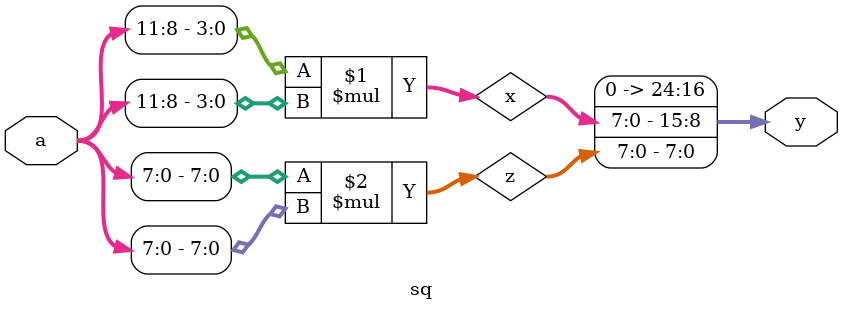
<source format=v>
`timescale 1ns / 1ps

module sq #(
    parameter EXP = 4,
    parameter MANT = 8,
    parameter OUTW = 2*(EXP+MANT)
)(
    input  wire [EXP+MANT:0] a, // 13
    output wire [OUTW:0] y      // 25
);
    wire [2*EXP-1:0] x;
    wire [2*EXP-1:0] z;
    
    assign x = a[EXP+MANT-1:MANT] * a[EXP+MANT-1:MANT];
    assign z = a[MANT-1:0] * a[MANT-1:0];
    assign y = {x,z};
endmodule

</source>
